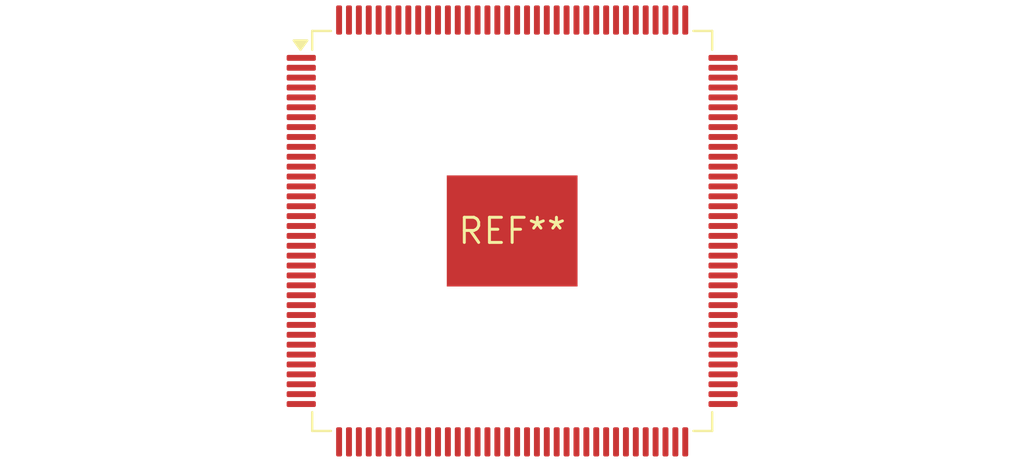
<source format=kicad_pcb>
(kicad_pcb (version 20240108) (generator pcbnew)
  (layers (0 "F.Cu" signal) (31 "B.Cu" signal) (34 "B.Paste" user) (35 "F.Paste" user) (36 "B.SilkS" user "B.Silkscreen") (37 "F.SilkS" user "F.Silkscreen") (38 "B.Mask" user) (39 "F.Mask" user) (44 "Edge.Cuts" user))
  (net 0 "")
  (footprint "EQFP-144-1EP_20x20mm_P0.5mm_EP6.61x5.615mm" (layer "F.Cu") (at 0 0)
    (property "Reference" "REF**")
    (property "Value" "EQFP-144-1EP_20x20mm_P0.5mm_EP6.61x5.615mm")
    (fp_line (start -10.11 -10.11) (end -10.11 -9.16) (layer "F.SilkS") (stroke (width 0.12)))
    (fp_line (start -10.11 10.11) (end -10.11 9.16) (layer "F.SilkS") (stroke (width 0.12)))
    (fp_line (start -9.16 -10.11) (end -10.11 -10.11) (layer "F.SilkS") (stroke (width 0.12)))
    (fp_line (start -9.16 10.11) (end -10.11 10.11) (layer "F.SilkS") (stroke (width 0.12)))
    (fp_line (start 9.16 -10.11) (end 10.11 -10.11) (layer "F.SilkS") (stroke (width 0.12)))
    (fp_line (start 9.16 10.11) (end 10.11 10.11) (layer "F.SilkS") (stroke (width 0.12)))
    (fp_line (start 10.11 -10.11) (end 10.11 -9.16) (layer "F.SilkS") (stroke (width 0.12)))
    (fp_line (start 10.11 10.11) (end 10.11 9.16) (layer "F.SilkS") (stroke (width 0.12)))
    (fp_poly (pts (xy -10.7 -9.16) (xy -11.04 -9.63) (xy -10.36 -9.63) (xy -10.7 -9.16)) (layer "F.SilkS") (stroke (width 0.12)) (fill solid))
    (pad "1" smd roundrect (at -10.6625 -8.75) (size 1.475 0.3) (layers "F.Cu" "F.Paste" "F.Mask"))
    (pad "2" smd roundrect (at -10.6625 -8.25) (size 1.475 0.3) (layers "F.Cu" "F.Paste" "F.Mask"))
    (pad "3" smd roundrect (at -10.6625 -7.75) (size 1.475 0.3) (layers "F.Cu" "F.Paste" "F.Mask"))
    (pad "4" smd roundrect (at -10.6625 -7.25) (size 1.475 0.3) (layers "F.Cu" "F.Paste" "F.Mask"))
    (pad "5" smd roundrect (at -10.6625 -6.75) (size 1.475 0.3) (layers "F.Cu" "F.Paste" "F.Mask"))
    (pad "6" smd roundrect (at -10.6625 -6.25) (size 1.475 0.3) (layers "F.Cu" "F.Paste" "F.Mask"))
    (pad "7" smd roundrect (at -10.6625 -5.75) (size 1.475 0.3) (layers "F.Cu" "F.Paste" "F.Mask"))
    (pad "8" smd roundrect (at -10.6625 -5.25) (size 1.475 0.3) (layers "F.Cu" "F.Paste" "F.Mask"))
    (pad "9" smd roundrect (at -10.6625 -4.75) (size 1.475 0.3) (layers "F.Cu" "F.Paste" "F.Mask"))
    (pad "10" smd roundrect (at -10.6625 -4.25) (size 1.475 0.3) (layers "F.Cu" "F.Paste" "F.Mask"))
    (pad "11" smd roundrect (at -10.6625 -3.75) (size 1.475 0.3) (layers "F.Cu" "F.Paste" "F.Mask"))
    (pad "12" smd roundrect (at -10.6625 -3.25) (size 1.475 0.3) (layers "F.Cu" "F.Paste" "F.Mask"))
    (pad "13" smd roundrect (at -10.6625 -2.75) (size 1.475 0.3) (layers "F.Cu" "F.Paste" "F.Mask"))
    (pad "14" smd roundrect (at -10.6625 -2.25) (size 1.475 0.3) (layers "F.Cu" "F.Paste" "F.Mask"))
    (pad "15" smd roundrect (at -10.6625 -1.75) (size 1.475 0.3) (layers "F.Cu" "F.Paste" "F.Mask"))
    (pad "16" smd roundrect (at -10.6625 -1.25) (size 1.475 0.3) (layers "F.Cu" "F.Paste" "F.Mask"))
    (pad "17" smd roundrect (at -10.6625 -0.75) (size 1.475 0.3) (layers "F.Cu" "F.Paste" "F.Mask"))
    (pad "18" smd roundrect (at -10.6625 -0.25) (size 1.475 0.3) (layers "F.Cu" "F.Paste" "F.Mask"))
    (pad "19" smd roundrect (at -10.6625 0.25) (size 1.475 0.3) (layers "F.Cu" "F.Paste" "F.Mask"))
    (pad "20" smd roundrect (at -10.6625 0.75) (size 1.475 0.3) (layers "F.Cu" "F.Paste" "F.Mask"))
    (pad "21" smd roundrect (at -10.6625 1.25) (size 1.475 0.3) (layers "F.Cu" "F.Paste" "F.Mask"))
    (pad "22" smd roundrect (at -10.6625 1.75) (size 1.475 0.3) (layers "F.Cu" "F.Paste" "F.Mask"))
    (pad "23" smd roundrect (at -10.6625 2.25) (size 1.475 0.3) (layers "F.Cu" "F.Paste" "F.Mask"))
    (pad "24" smd roundrect (at -10.6625 2.75) (size 1.475 0.3) (layers "F.Cu" "F.Paste" "F.Mask"))
    (pad "25" smd roundrect (at -10.6625 3.25) (size 1.475 0.3) (layers "F.Cu" "F.Paste" "F.Mask"))
    (pad "26" smd roundrect (at -10.6625 3.75) (size 1.475 0.3) (layers "F.Cu" "F.Paste" "F.Mask"))
    (pad "27" smd roundrect (at -10.6625 4.25) (size 1.475 0.3) (layers "F.Cu" "F.Paste" "F.Mask"))
    (pad "28" smd roundrect (at -10.6625 4.75) (size 1.475 0.3) (layers "F.Cu" "F.Paste" "F.Mask"))
    (pad "29" smd roundrect (at -10.6625 5.25) (size 1.475 0.3) (layers "F.Cu" "F.Paste" "F.Mask"))
    (pad "30" smd roundrect (at -10.6625 5.75) (size 1.475 0.3) (layers "F.Cu" "F.Paste" "F.Mask"))
    (pad "31" smd roundrect (at -10.6625 6.25) (size 1.475 0.3) (layers "F.Cu" "F.Paste" "F.Mask"))
    (pad "32" smd roundrect (at -10.6625 6.75) (size 1.475 0.3) (layers "F.Cu" "F.Paste" "F.Mask"))
    (pad "33" smd roundrect (at -10.6625 7.25) (size 1.475 0.3) (layers "F.Cu" "F.Paste" "F.Mask"))
    (pad "34" smd roundrect (at -10.6625 7.75) (size 1.475 0.3) (layers "F.Cu" "F.Paste" "F.Mask"))
    (pad "35" smd roundrect (at -10.6625 8.25) (size 1.475 0.3) (layers "F.Cu" "F.Paste" "F.Mask"))
    (pad "36" smd roundrect (at -10.6625 8.75) (size 1.475 0.3) (layers "F.Cu" "F.Paste" "F.Mask"))
    (pad "37" smd roundrect (at -8.75 10.6625) (size 0.3 1.475) (layers "F.Cu" "F.Paste" "F.Mask"))
    (pad "38" smd roundrect (at -8.25 10.6625) (size 0.3 1.475) (layers "F.Cu" "F.Paste" "F.Mask"))
    (pad "39" smd roundrect (at -7.75 10.6625) (size 0.3 1.475) (layers "F.Cu" "F.Paste" "F.Mask"))
    (pad "40" smd roundrect (at -7.25 10.6625) (size 0.3 1.475) (layers "F.Cu" "F.Paste" "F.Mask"))
    (pad "41" smd roundrect (at -6.75 10.6625) (size 0.3 1.475) (layers "F.Cu" "F.Paste" "F.Mask"))
    (pad "42" smd roundrect (at -6.25 10.6625) (size 0.3 1.475) (layers "F.Cu" "F.Paste" "F.Mask"))
    (pad "43" smd roundrect (at -5.75 10.6625) (size 0.3 1.475) (layers "F.Cu" "F.Paste" "F.Mask"))
    (pad "44" smd roundrect (at -5.25 10.6625) (size 0.3 1.475) (layers "F.Cu" "F.Paste" "F.Mask"))
    (pad "45" smd roundrect (at -4.75 10.6625) (size 0.3 1.475) (layers "F.Cu" "F.Paste" "F.Mask"))
    (pad "46" smd roundrect (at -4.25 10.6625) (size 0.3 1.475) (layers "F.Cu" "F.Paste" "F.Mask"))
    (pad "47" smd roundrect (at -3.75 10.6625) (size 0.3 1.475) (layers "F.Cu" "F.Paste" "F.Mask"))
    (pad "48" smd roundrect (at -3.25 10.6625) (size 0.3 1.475) (layers "F.Cu" "F.Paste" "F.Mask"))
    (pad "49" smd roundrect (at -2.75 10.6625) (size 0.3 1.475) (layers "F.Cu" "F.Paste" "F.Mask"))
    (pad "50" smd roundrect (at -2.25 10.6625) (size 0.3 1.475) (layers "F.Cu" "F.Paste" "F.Mask"))
    (pad "51" smd roundrect (at -1.75 10.6625) (size 0.3 1.475) (layers "F.Cu" "F.Paste" "F.Mask"))
    (pad "52" smd roundrect (at -1.25 10.6625) (size 0.3 1.475) (layers "F.Cu" "F.Paste" "F.Mask"))
    (pad "53" smd roundrect (at -0.75 10.6625) (size 0.3 1.475) (layers "F.Cu" "F.Paste" "F.Mask"))
    (pad "54" smd roundrect (at -0.25 10.6625) (size 0.3 1.475) (layers "F.Cu" "F.Paste" "F.Mask"))
    (pad "55" smd roundrect (at 0.25 10.6625) (size 0.3 1.475) (layers "F.Cu" "F.Paste" "F.Mask"))
    (pad "56" smd roundrect (at 0.75 10.6625) (size 0.3 1.475) (layers "F.Cu" "F.Paste" "F.Mask"))
    (pad "57" smd roundrect (at 1.25 10.6625) (size 0.3 1.475) (layers "F.Cu" "F.Paste" "F.Mask"))
    (pad "58" smd roundrect (at 1.75 10.6625) (size 0.3 1.475) (layers "F.Cu" "F.Paste" "F.Mask"))
    (pad "59" smd roundrect (at 2.25 10.6625) (size 0.3 1.475) (layers "F.Cu" "F.Paste" "F.Mask"))
    (pad "60" smd roundrect (at 2.75 10.6625) (size 0.3 1.475) (layers "F.Cu" "F.Paste" "F.Mask"))
    (pad "61" smd roundrect (at 3.25 10.6625) (size 0.3 1.475) (layers "F.Cu" "F.Paste" "F.Mask"))
    (pad "62" smd roundrect (at 3.75 10.6625) (size 0.3 1.475) (layers "F.Cu" "F.Paste" "F.Mask"))
    (pad "63" smd roundrect (at 4.25 10.6625) (size 0.3 1.475) (layers "F.Cu" "F.Paste" "F.Mask"))
    (pad "64" smd roundrect (at 4.75 10.6625) (size 0.3 1.475) (layers "F.Cu" "F.Paste" "F.Mask"))
    (pad "65" smd roundrect (at 5.25 10.6625) (size 0.3 1.475) (layers "F.Cu" "F.Paste" "F.Mask"))
    (pad "66" smd roundrect (at 5.75 10.6625) (size 0.3 1.475) (layers "F.Cu" "F.Paste" "F.Mask"))
    (pad "67" smd roundrect (at 6.25 10.6625) (size 0.3 1.475) (layers "F.Cu" "F.Paste" "F.Mask"))
    (pad "68" smd roundrect (at 6.75 10.6625) (size 0.3 1.475) (layers "F.Cu" "F.Paste" "F.Mask"))
    (pad "69" smd roundrect (at 7.25 10.6625) (size 0.3 1.475) (layers "F.Cu" "F.Paste" "F.Mask"))
    (pad "70" smd roundrect (at 7.75 10.6625) (size 0.3 1.475) (layers "F.Cu" "F.Paste" "F.Mask"))
    (pad "71" smd roundrect (at 8.25 10.6625) (size 0.3 1.475) (layers "F.Cu" "F.Paste" "F.Mask"))
    (pad "72" smd roundrect (at 8.75 10.6625) (size 0.3 1.475) (layers "F.Cu" "F.Paste" "F.Mask"))
    (pad "73" smd roundrect (at 10.6625 8.75) (size 1.475 0.3) (layers "F.Cu" "F.Paste" "F.Mask"))
    (pad "74" smd roundrect (at 10.6625 8.25) (size 1.475 0.3) (layers "F.Cu" "F.Paste" "F.Mask"))
    (pad "75" smd roundrect (at 10.6625 7.75) (size 1.475 0.3) (layers "F.Cu" "F.Paste" "F.Mask"))
    (pad "76" smd roundrect (at 10.6625 7.25) (size 1.475 0.3) (layers "F.Cu" "F.Paste" "F.Mask"))
    (pad "77" smd roundrect (at 10.6625 6.75) (size 1.475 0.3) (layers "F.Cu" "F.Paste" "F.Mask"))
    (pad "78" smd roundrect (at 10.6625 6.25) (size 1.475 0.3) (layers "F.Cu" "F.Paste" "F.Mask"))
    (pad "79" smd roundrect (at 10.6625 5.75) (size 1.475 0.3) (layers "F.Cu" "F.Paste" "F.Mask"))
    (pad "80" smd roundrect (at 10.6625 5.25) (size 1.475 0.3) (layers "F.Cu" "F.Paste" "F.Mask"))
    (pad "81" smd roundrect (at 10.6625 4.75) (size 1.475 0.3) (layers "F.Cu" "F.Paste" "F.Mask"))
    (pad "82" smd roundrect (at 10.6625 4.25) (size 1.475 0.3) (layers "F.Cu" "F.Paste" "F.Mask"))
    (pad "83" smd roundrect (at 10.6625 3.75) (size 1.475 0.3) (layers "F.Cu" "F.Paste" "F.Mask"))
    (pad "84" smd roundrect (at 10.6625 3.25) (size 1.475 0.3) (layers "F.Cu" "F.Paste" "F.Mask"))
    (pad "85" smd roundrect (at 10.6625 2.75) (size 1.475 0.3) (layers "F.Cu" "F.Paste" "F.Mask"))
    (pad "86" smd roundrect (at 10.6625 2.25) (size 1.475 0.3) (layers "F.Cu" "F.Paste" "F.Mask"))
    (pad "87" smd roundrect (at 10.6625 1.75) (size 1.475 0.3) (layers "F.Cu" "F.Paste" "F.Mask"))
    (pad "88" smd roundrect (at 10.6625 1.25) (size 1.475 0.3) (layers "F.Cu" "F.Paste" "F.Mask"))
    (pad "89" smd roundrect (at 10.6625 0.75) (size 1.475 0.3) (layers "F.Cu" "F.Paste" "F.Mask"))
    (pad "90" smd roundrect (at 10.6625 0.25) (size 1.475 0.3) (layers "F.Cu" "F.Paste" "F.Mask"))
    (pad "91" smd roundrect (at 10.6625 -0.25) (size 1.475 0.3) (layers "F.Cu" "F.Paste" "F.Mask"))
    (pad "92" smd roundrect (at 10.6625 -0.75) (size 1.475 0.3) (layers "F.Cu" "F.Paste" "F.Mask"))
    (pad "93" smd roundrect (at 10.6625 -1.25) (size 1.475 0.3) (layers "F.Cu" "F.Paste" "F.Mask"))
    (pad "94" smd roundrect (at 10.6625 -1.75) (size 1.475 0.3) (layers "F.Cu" "F.Paste" "F.Mask"))
    (pad "95" smd roundrect (at 10.6625 -2.25) (size 1.475 0.3) (layers "F.Cu" "F.Paste" "F.Mask"))
    (pad "96" smd roundrect (at 10.6625 -2.75) (size 1.475 0.3) (layers "F.Cu" "F.Paste" "F.Mask"))
    (pad "97" smd roundrect (at 10.6625 -3.25) (size 1.475 0.3) (layers "F.Cu" "F.Paste" "F.Mask"))
    (pad "98" smd roundrect (at 10.6625 -3.75) (size 1.475 0.3) (layers "F.Cu" "F.Paste" "F.Mask"))
    (pad "99" smd roundrect (at 10.6625 -4.25) (size 1.475 0.3) (layers "F.Cu" "F.Paste" "F.Mask"))
    (pad "100" smd roundrect (at 10.6625 -4.75) (size 1.475 0.3) (layers "F.Cu" "F.Paste" "F.Mask"))
    (pad "101" smd roundrect (at 10.6625 -5.25) (size 1.475 0.3) (layers "F.Cu" "F.Paste" "F.Mask"))
    (pad "102" smd roundrect (at 10.6625 -5.75) (size 1.475 0.3) (layers "F.Cu" "F.Paste" "F.Mask"))
    (pad "103" smd roundrect (at 10.6625 -6.25) (size 1.475 0.3) (layers "F.Cu" "F.Paste" "F.Mask"))
    (pad "104" smd roundrect (at 10.6625 -6.75) (size 1.475 0.3) (layers "F.Cu" "F.Paste" "F.Mask"))
    (pad "105" smd roundrect (at 10.6625 -7.25) (size 1.475 0.3) (layers "F.Cu" "F.Paste" "F.Mask"))
    (pad "106" smd roundrect (at 10.6625 -7.75) (size 1.475 0.3) (layers "F.Cu" "F.Paste" "F.Mask"))
    (pad "107" smd roundrect (at 10.6625 -8.25) (size 1.475 0.3) (layers "F.Cu" "F.Paste" "F.Mask"))
    (pad "108" smd roundrect (at 10.6625 -8.75) (size 1.475 0.3) (layers "F.Cu" "F.Paste" "F.Mask"))
    (pad "109" smd roundrect (at 8.75 -10.6625) (size 0.3 1.475) (layers "F.Cu" "F.Paste" "F.Mask"))
    (pad "110" smd roundrect (at 8.25 -10.6625) (size 0.3 1.475) (layers "F.Cu" "F.Paste" "F.Mask"))
    (pad "111" smd roundrect (at 7.75 -10.6625) (size 0.3 1.475) (layers "F.Cu" "F.Paste" "F.Mask"))
    (pad "112" smd roundrect (at 7.25 -10.6625) (size 0.3 1.475) (layers "F.Cu" "F.Paste" "F.Mask"))
    (pad "113" smd roundrect (at 6.75 -10.6625) (size 0.3 1.475) (layers "F.Cu" "F.Paste" "F.Mask"))
    (pad "114" smd roundrect (at 6.25 -10.6625) (size 0.3 1.475) (layers "F.Cu" "F.Paste" "F.Mask"))
    (pad "115" smd roundrect (at 5.75 -10.6625) (size 0.3 1.475) (layers "F.Cu" "F.Paste" "F.Mask"))
    (pad "116" smd roundrect (at 5.25 -10.6625) (size 0.3 1.475) (layers "F.Cu" "F.Paste" "F.Mask"))
    (pad "117" smd roundrect (at 4.75 -10.6625) (size 0.3 1.475) (layers "F.Cu" "F.Paste" "F.Mask"))
    (pad "118" smd roundrect (at 4.25 -10.6625) (size 0.3 1.475) (layers "F.Cu" "F.Paste" "F.Mask"))
    (pad "119" smd roundrect (at 3.75 -10.6625) (size 0.3 1.475) (layers "F.Cu" "F.Paste" "F.Mask"))
    (pad "120" smd roundrect (at 3.25 -10.6625) (size 0.3 1.475) (layers "F.Cu" "F.Paste" "F.Mask"))
    (pad "121" smd roundrect (at 2.75 -10.6625) (size 0.3 1.475) (layers "F.Cu" "F.Paste" "F.Mask"))
    (pad "122" smd roundrect (at 2.25 -10.6625) (size 0.3 1.475) (layers "F.Cu" "F.Paste" "F.Mask"))
    (pad "123" smd roundrect (at 1.75 -10.6625) (size 0.3 1.475) (layers "F.Cu" "F.Paste" "F.Mask"))
    (pad "124" smd roundrect (at 1.25 -10.6625) (size 0.3 1.475) (layers "F.Cu" "F.Paste" "F.Mask"))
    (pad "125" smd roundrect (at 0.75 -10.6625) (size 0.3 1.475) (layers "F.Cu" "F.Paste" "F.Mask"))
    (pad "126" smd roundrect (at 0.25 -10.6625) (size 0.3 1.475) (layers "F.Cu" "F.Paste" "F.Mask"))
    (pad "127" smd roundrect (at -0.25 -10.6625) (size 0.3 1.475) (layers "F.Cu" "F.Paste" "F.Mask"))
    (pad "128" smd roundrect (at -0.75 -10.6625) (size 0.3 1.475) (layers "F.Cu" "F.Paste" "F.Mask"))
    (pad "129" smd roundrect (at -1.25 -10.6625) (size 0.3 1.475) (layers "F.Cu" "F.Paste" "F.Mask"))
    (pad "130" smd roundrect (at -1.75 -10.6625) (size 0.3 1.475) (layers "F.Cu" "F.Paste" "F.Mask"))
    (pad "131" smd roundrect (at -2.25 -10.6625) (size 0.3 1.475) (layers "F.Cu" "F.Paste" "F.Mask"))
    (pad "132" smd roundrect (at -2.75 -10.6625) (size 0.3 1.475) (layers "F.Cu" "F.Paste" "F.Mask"))
    (pad "133" smd roundrect (at -3.25 -10.6625) (size 0.3 1.475) (layers "F.Cu" "F.Paste" "F.Mask"))
    (pad "134" smd roundrect (at -3.75 -10.6625) (size 0.3 1.475) (layers "F.Cu" "F.Paste" "F.Mask"))
    (pad "135" smd roundrect (at -4.25 -10.6625) (size 0.3 1.475) (layers "F.Cu" "F.Paste" "F.Mask"))
    (pad "136" smd roundrect (at -4.75 -10.6625) (size 0.3 1.475) (layers "F.Cu" "F.Paste" "F.Mask"))
    (pad "137" smd roundrect (at -5.25 -10.6625) (size 0.3 1.475) (layers "F.Cu" "F.Paste" "F.Mask"))
    (pad "138" smd roundrect (at -5.75 -10.6625) (size 0.3 1.475) (layers "F.Cu" "F.Paste" "F.Mask"))
    (pad "139" smd roundrect (at -6.25 -10.6625) (size 0.3 1.475) (layers "F.Cu" "F.Paste" "F.Mask"))
    (pad "140" smd roundrect (at -6.75 -10.6625) (size 0.3 1.475) (layers "F.Cu" "F.Paste" "F.Mask"))
    (pad "141" smd roundrect (at -7.25 -10.6625) (size 0.3 1.475) (layers "F.Cu" "F.Paste" "F.Mask"))
    (pad "142" smd roundrect (at -7.75 -10.6625) (size 0.3 1.475) (layers "F.Cu" "F.Paste" "F.Mask"))
    (pad "143" smd roundrect (at -8.25 -10.6625) (size 0.3 1.475) (layers "F.Cu" "F.Paste" "F.Mask"))
    (pad "144" smd roundrect (at -8.75 -10.6625) (size 0.3 1.475) (layers "F.Cu" "F.Paste" "F.Mask"))
    (pad "145" smd rect (at 0 0) (size 6.61 5.615) (property pad_prop_heatsink) (layers "F.Cu" "F.Mask"))
  )
)
</source>
